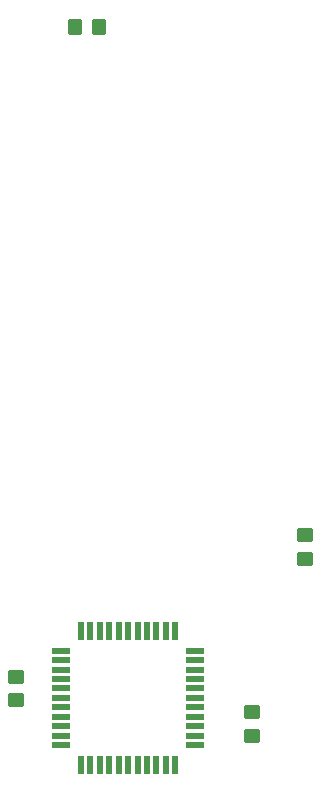
<source format=gbr>
%TF.GenerationSoftware,KiCad,Pcbnew,(6.0.8)*%
%TF.CreationDate,2023-11-14T22:14:52+01:00*%
%TF.ProjectId,B780_CPU,42373830-5f43-4505-952e-6b696361645f,rev?*%
%TF.SameCoordinates,Original*%
%TF.FileFunction,Paste,Top*%
%TF.FilePolarity,Positive*%
%FSLAX46Y46*%
G04 Gerber Fmt 4.6, Leading zero omitted, Abs format (unit mm)*
G04 Created by KiCad (PCBNEW (6.0.8)) date 2023-11-14 22:14:52*
%MOMM*%
%LPD*%
G01*
G04 APERTURE LIST*
G04 Aperture macros list*
%AMRoundRect*
0 Rectangle with rounded corners*
0 $1 Rounding radius*
0 $2 $3 $4 $5 $6 $7 $8 $9 X,Y pos of 4 corners*
0 Add a 4 corners polygon primitive as box body*
4,1,4,$2,$3,$4,$5,$6,$7,$8,$9,$2,$3,0*
0 Add four circle primitives for the rounded corners*
1,1,$1+$1,$2,$3*
1,1,$1+$1,$4,$5*
1,1,$1+$1,$6,$7*
1,1,$1+$1,$8,$9*
0 Add four rect primitives between the rounded corners*
20,1,$1+$1,$2,$3,$4,$5,0*
20,1,$1+$1,$4,$5,$6,$7,0*
20,1,$1+$1,$6,$7,$8,$9,0*
20,1,$1+$1,$8,$9,$2,$3,0*%
G04 Aperture macros list end*
%ADD10RoundRect,0.250000X-0.450000X0.350000X-0.450000X-0.350000X0.450000X-0.350000X0.450000X0.350000X0*%
%ADD11R,1.500000X0.550000*%
%ADD12R,0.550000X1.500000*%
%ADD13RoundRect,0.250000X-0.350000X-0.450000X0.350000X-0.450000X0.350000X0.450000X-0.350000X0.450000X0*%
G04 APERTURE END LIST*
D10*
%TO.C,C1*%
X68500000Y-96500000D03*
X68500000Y-98500000D03*
%TD*%
D11*
%TO.C,U1*%
X72300000Y-94300000D03*
X72300000Y-95100000D03*
X72300000Y-95900000D03*
X72300000Y-96700000D03*
X72300000Y-97500000D03*
X72300000Y-98300000D03*
X72300000Y-99100000D03*
X72300000Y-99900000D03*
X72300000Y-100700000D03*
X72300000Y-101500000D03*
X72300000Y-102300000D03*
D12*
X74000000Y-104000000D03*
X74800000Y-104000000D03*
X75600000Y-104000000D03*
X76400000Y-104000000D03*
X77200000Y-104000000D03*
X78000000Y-104000000D03*
X78800000Y-104000000D03*
X79600000Y-104000000D03*
X80400000Y-104000000D03*
X81200000Y-104000000D03*
X82000000Y-104000000D03*
D11*
X83700000Y-102300000D03*
X83700000Y-101500000D03*
X83700000Y-100700000D03*
X83700000Y-99900000D03*
X83700000Y-99100000D03*
X83700000Y-98300000D03*
X83700000Y-97500000D03*
X83700000Y-96700000D03*
X83700000Y-95900000D03*
X83700000Y-95100000D03*
X83700000Y-94300000D03*
D12*
X82000000Y-92600000D03*
X81200000Y-92600000D03*
X80400000Y-92600000D03*
X79600000Y-92600000D03*
X78800000Y-92600000D03*
X78000000Y-92600000D03*
X77200000Y-92600000D03*
X76400000Y-92600000D03*
X75600000Y-92600000D03*
X74800000Y-92600000D03*
X74000000Y-92600000D03*
%TD*%
D10*
%TO.C,C2*%
X88500000Y-99500000D03*
X88500000Y-101500000D03*
%TD*%
%TO.C,R1*%
X93000000Y-84500000D03*
X93000000Y-86500000D03*
%TD*%
D13*
%TO.C,R2*%
X73500000Y-41500000D03*
X75500000Y-41500000D03*
%TD*%
M02*

</source>
